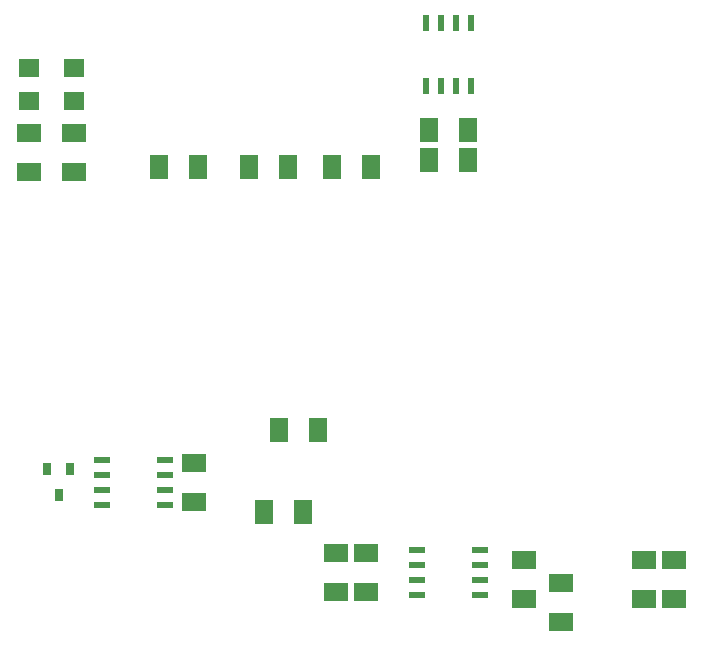
<source format=gtp>
G04 (created by PCBNEW (22-Jun-2014 BZR 4027)-stable) date Wed 30 Jul 2014 01:02:49 NZST*
%MOIN*%
G04 Gerber Fmt 3.4, Leading zero omitted, Abs format*
%FSLAX34Y34*%
G01*
G70*
G90*
G04 APERTURE LIST*
%ADD10C,0.00590551*%
%ADD11R,0.0551X0.0236*%
%ADD12R,0.0236X0.0551*%
%ADD13R,0.08X0.06*%
%ADD14R,0.06X0.08*%
%ADD15R,0.0315X0.0394*%
%ADD16R,0.0709X0.0629*%
G04 APERTURE END LIST*
G54D10*
G54D11*
X86950Y-63750D03*
X89050Y-63750D03*
X86950Y-63250D03*
X86950Y-62750D03*
X86950Y-62250D03*
X89050Y-63250D03*
X89050Y-62750D03*
X89050Y-62250D03*
G54D12*
X87250Y-44700D03*
X87250Y-46800D03*
X87750Y-44700D03*
X88250Y-44700D03*
X88750Y-44700D03*
X87750Y-46800D03*
X88250Y-46800D03*
X88750Y-46800D03*
G54D11*
X78550Y-59250D03*
X76450Y-59250D03*
X78550Y-59750D03*
X78550Y-60250D03*
X78550Y-60750D03*
X76450Y-59750D03*
X76450Y-60250D03*
X76450Y-60750D03*
G54D13*
X95500Y-63900D03*
X95500Y-62600D03*
X79500Y-59350D03*
X79500Y-60650D03*
G54D14*
X88650Y-48250D03*
X87350Y-48250D03*
X88650Y-49250D03*
X87350Y-49250D03*
G54D13*
X94500Y-63900D03*
X94500Y-62600D03*
X85250Y-63650D03*
X85250Y-62350D03*
X84250Y-63650D03*
X84250Y-62350D03*
G54D15*
X75000Y-60433D03*
X74625Y-59567D03*
X75375Y-59567D03*
G54D14*
X79650Y-49500D03*
X78350Y-49500D03*
X81350Y-49500D03*
X82650Y-49500D03*
X84100Y-49500D03*
X85400Y-49500D03*
X83150Y-61000D03*
X81850Y-61000D03*
G54D13*
X75500Y-49650D03*
X75500Y-48350D03*
X74000Y-49650D03*
X74000Y-48350D03*
X90500Y-63900D03*
X90500Y-62600D03*
X91750Y-64650D03*
X91750Y-63350D03*
G54D14*
X83650Y-58250D03*
X82350Y-58250D03*
G54D16*
X74000Y-47309D03*
X74000Y-46191D03*
X75500Y-47309D03*
X75500Y-46191D03*
M02*

</source>
